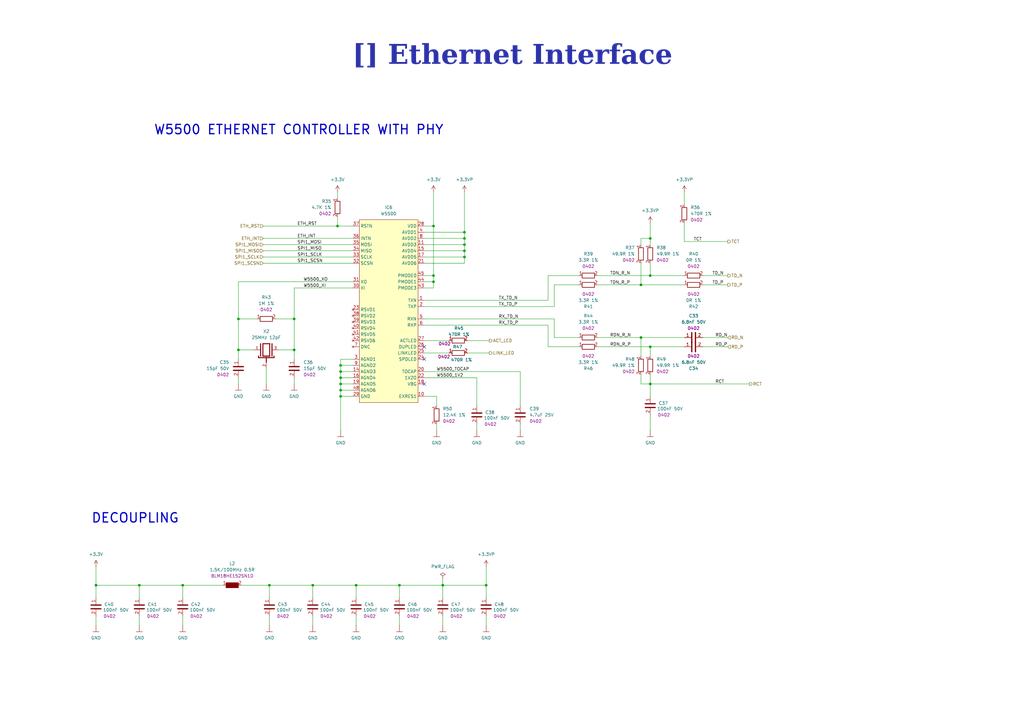
<source format=kicad_sch>
(kicad_sch (version 20250114) (generator "eeschema") (generator_version "9.0")
  (paper "A3")
  (title_block (title "Ethernet Interface") (date "2026-01-31") (rev "${REVISION}") (company "${COMPANY}"))
  (lib_symbols
    (symbol "DS_Capacitor_0402:100nF 50V 0402"
      (property "Reference" "C" (at 3.81 2.032 0))
      (property "Value" "100nF 50V" (at 3.81 0 0))
      (property "FOOTPRINT_SHORT" "0402" (at 3.81 -2.032 0))
      (symbol "100nF 50V 0402_0_1"
        (polyline (pts (xy -2.032 0.762) (xy 2.032 0.762)) (stroke (width 0.508)))
        (polyline (pts (xy -2.032 -0.762) (xy 2.032 -0.762)) (stroke (width 0.508)))
      )
      (symbol "100nF 50V 0402_1_1"
        (pin passive line (at 0 3.81 270) (length 2.794) (name "~") (number "1"))
        (pin passive line (at 0 -3.81 90) (length 2.794) (name "~") (number "2"))
      )
    )
    (symbol "DS_Capacitor_0402:15pF 50V 0402"
      (property "Reference" "C" (at 3.81 2.032 0))
      (property "Value" "15pF 50V" (at 3.81 0 0))
      (property "FOOTPRINT_SHORT" "0402" (at 3.81 -2.032 0))
      (symbol "15pF 50V 0402_0_1"
        (polyline (pts (xy -2.032 0.762) (xy 2.032 0.762)) (stroke (width 0.508)))
        (polyline (pts (xy -2.032 -0.762) (xy 2.032 -0.762)) (stroke (width 0.508)))
      )
      (symbol "15pF 50V 0402_1_1"
        (pin passive line (at 0 3.81 270) (length 2.794) (name "~") (number "1"))
        (pin passive line (at 0 -3.81 90) (length 2.794) (name "~") (number "2"))
      )
    )
    (symbol "DS_Capacitor_0402:4.7uF 25V 0402"
      (property "Reference" "C" (at 3.81 2.032 0))
      (property "Value" "4.7uF 25V" (at 3.81 0 0))
      (property "FOOTPRINT_SHORT" "0402" (at 3.81 -2.032 0))
      (symbol "4.7uF 25V 0402_0_1"
        (polyline (pts (xy -2.032 0.762) (xy 2.032 0.762)) (stroke (width 0.508)))
        (polyline (pts (xy -2.032 -0.762) (xy 2.032 -0.762)) (stroke (width 0.508)))
      )
      (symbol "4.7uF 25V 0402_1_1"
        (pin passive line (at 0 3.81 270) (length 2.794) (name "~") (number "1"))
        (pin passive line (at 0 -3.81 90) (length 2.794) (name "~") (number "2"))
      )
    )
    (symbol "DS_Capacitor_0402:6.8nF 50V 0402"
      (property "Reference" "C" (at 3.81 2.032 0))
      (property "Value" "6.8nF 50V" (at 3.81 0 0))
      (property "FOOTPRINT_SHORT" "0402" (at 3.81 -2.032 0))
      (symbol "6.8nF 50V 0402_0_1"
        (polyline (pts (xy -2.032 0.762) (xy 2.032 0.762)) (stroke (width 0.508)))
        (polyline (pts (xy -2.032 -0.762) (xy 2.032 -0.762)) (stroke (width 0.508)))
      )
      (symbol "6.8nF 50V 0402_1_1"
        (pin passive line (at 0 3.81 270) (length 2.794) (name "~") (number "1"))
        (pin passive line (at 0 -3.81 90) (length 2.794) (name "~") (number "2"))
      )
    )
    (symbol "DS_Crystal:25MHz"
      (property "Reference" "X" (at 0 4.318 0))
      (property "Value" "25MHz 12pF" (at 1.778 -4.826 0))
      (symbol "25MHz_0_0"
        (polyline (pts (xy -3.175 -2.54) (xy -3.175 -3.175)) (stroke (width 0.4064)))
        (polyline (pts (xy -3.175 -3.175) (xy 0 -3.175)) (stroke (width 0.4064)))
        (polyline (pts (xy -2.3368 2.54) (xy -2.3368 -2.54)) (stroke (width 0.4064)))
        (polyline (pts (xy -1.397 2.54) (xy -1.397 -2.54)) (stroke (width 0.4064)))
        (polyline (pts (xy -1.397 2.54) (xy 1.397 2.54)) (stroke (width 0.4064)))
        (polyline (pts (xy 0 -3.175) (xy 3.175 -3.175)) (stroke (width 0.4064)))
        (polyline (pts (xy 0 -5.08) (xy 0 -3.175)) (stroke (width 0.4064)))
        (polyline (pts (xy 1.397 2.54) (xy 1.397 -2.54)) (stroke (width 0.4064)))
        (polyline (pts (xy 1.397 -2.54) (xy -1.397 -2.54)) (stroke (width 0.4064)))
        (polyline (pts (xy 2.3368 2.54) (xy 2.3368 -2.54)) (stroke (width 0.4064)))
        (polyline (pts (xy 3.175 -3.175) (xy 3.175 -2.54)) (stroke (width 0.4064)))
        (pin passive line (at -5.08 0 0) (length 2.54) (name "~") (number "1"))
        (pin power_in line (at 0 -7.62 90) (length 2.54) (name "~") (number "2"))
        (pin passive line (at 5.08 0 180) (length 2.54) (name "~") (number "3"))
      )
    )
    (symbol "DS_Inductor:BLM18HE152SN1D"
      (property "Reference" "L" (at 2.286 0.762 0))
      (property "Value" "1.5K/100MHz 0.5R" (at 2.286 -1.524 0))
      (property "MPN" "BLM18HE152SN1D" (at 2.286 -16.002 0))
      (symbol "BLM18HE152SN1D_1_1"
        (rectangle (start -1.016 2.54) (end 1.016 -2.54) (stroke (width 0.254)) (fill (type outline)))
        (pin passive line (at 0 3.81 270) (length 1.27) (name "~") (number "1"))
        (pin passive line (at 0 -3.81 90) (length 1.27) (name "~") (number "2"))
      )
    )
    (symbol "DS_Peripherals:W5500"
      (property "Reference" "IC" (at -4.572 38.608 0))
      (property "Value" "W5500" (at -6.858 -39.878 0))
      (symbol "W5500_1_1"
        (rectangle (start -12.7 36.83) (end 11.43 -38.1) (fill (type color) (color 255 255 195 1)))
        (pin input line (at -15.24 34.29 0) (length 2.54) (name "RSTN") (number "37"))
        (pin output line (at -15.24 29.21 0) (length 2.54) (name "INTN") (number "36"))
        (pin input line (at -15.24 26.67 0) (length 2.54) (name "MOSI") (number "35"))
        (pin output line (at -15.24 24.13 0) (length 2.54) (name "MISO") (number "34"))
        (pin input line (at -15.24 21.59 0) (length 2.54) (name "SCLK") (number "33"))
        (pin input line (at -15.24 19.05 0) (length 2.54) (name "SCSN") (number "32"))
        (pin output line (at -15.24 11.43 0) (length 2.54) (name "XO") (number "31"))
        (pin input line (at -15.24 8.89 0) (length 2.54) (name "XI") (number "30"))
        (pin no_connect line (at -15.24 0 0) (length 2.54) (name "RSVD1") (number "23"))
        (pin no_connect line (at -15.24 -2.54 0) (length 2.54) (name "RSVD2") (number "38"))
        (pin no_connect line (at -15.24 -5.08 0) (length 2.54) (name "RSVD3") (number "39"))
        (pin no_connect line (at -15.24 -7.62 0) (length 2.54) (name "RSVD4") (number "40"))
        (pin no_connect line (at -15.24 -10.16 0) (length 2.54) (name "RSVD5") (number "41"))
        (pin no_connect line (at -15.24 -12.7 0) (length 2.54) (name "RSVD6") (number "42"))
        (pin no_connect line (at -15.24 -15.24 0) (length 2.54) (name "DNC") (number "7"))
        (pin power_in line (at -15.24 -20.32 0) (length 2.54) (name "AGND1") (number "3"))
        (pin power_in line (at -15.24 -22.86 0) (length 2.54) (name "AGND2") (number "9"))
        (pin power_in line (at -15.24 -25.4 0) (length 2.54) (name "AGND3") (number "14"))
        (pin power_in line (at -15.24 -27.94 0) (length 2.54) (name "AGND4") (number "16"))
        (pin power_in line (at -15.24 -30.48 0) (length 2.54) (name "AGND5") (number "19"))
        (pin power_in line (at -15.24 -33.02 0) (length 2.54) (name "AGND6") (number "48"))
        (pin power_in line (at -15.24 -35.56 0) (length 2.54) (name "GND") (number "29"))
        (pin power_in line (at 13.97 34.29 180) (length 2.54) (name "VDD") (number "28"))
        (pin power_in line (at 13.97 31.75 180) (length 2.54) (name "AVDD1") (number "4"))
        (pin power_in line (at 13.97 29.21 180) (length 2.54) (name "AVDD2") (number "8"))
        (pin power_in line (at 13.97 26.67 180) (length 2.54) (name "AVDD3") (number "11"))
        (pin power_in line (at 13.97 24.13 180) (length 2.54) (name "AVDD4") (number "15"))
        (pin power_in line (at 13.97 21.59 180) (length 2.54) (name "AVDD5") (number "17"))
        (pin power_in line (at 13.97 19.05 180) (length 2.54) (name "AVDD6") (number "21"))
        (pin input line (at 13.97 13.97 180) (length 2.54) (name "PMODE0") (number "45"))
        (pin input line (at 13.97 11.43 180) (length 2.54) (name "PMODE1") (number "44"))
        (pin input line (at 13.97 8.89 180) (length 2.54) (name "PMODE3") (number "43"))
        (pin output line (at 13.97 3.81 180) (length 2.54) (name "TXN") (number "1"))
        (pin output line (at 13.97 1.27 180) (length 2.54) (name "TXP") (number "2"))
        (pin input line (at 13.97 -3.81 180) (length 2.54) (name "RXN") (number "5"))
        (pin input line (at 13.97 -6.35 180) (length 2.54) (name "RXP") (number "6"))
        (pin output line (at 13.97 -12.7 180) (length 2.54) (name "ACTLED") (number "27"))
        (pin output line (at 13.97 -15.24 180) (length 2.54) (name "DUPLED") (number "26"))
        (pin output line (at 13.97 -17.78 180) (length 2.54) (name "LINKLED") (number "25"))
        (pin output line (at 13.97 -20.32 180) (length 2.54) (name "SPDLED") (number "24"))
        (pin passive line (at 13.97 -25.4 180) (length 2.54) (name "TOCAP") (number "20"))
        (pin output line (at 13.97 -27.94 180) (length 2.54) (name "1V2O") (number "22"))
        (pin output line (at 13.97 -30.48 180) (length 2.54) (name "VBG") (number "18"))
        (pin passive line (at 13.97 -35.56 180) (length 2.54) (name "EXRES1") (number "10"))
      )
    )
    (symbol "DS_Resistor_0402:0R 1% 0402"
      (property "Reference" "R" (at 2.032 2.032 0))
      (property "Value" "0R 1%" (at 2.032 0 0))
      (property "FOOTPRINT_SHORT" "0402" (at 2.032 -2.032 0))
      (symbol "0R 1% 0402_0_1"
        (rectangle (start -1.016 2.54) (end 1.016 -2.54) (stroke (width 0.254)))
      )
      (symbol "0R 1% 0402_1_1"
        (pin passive line (at 0 3.81 270) (length 1.27) (name "~") (number "1"))
        (pin passive line (at 0 -3.81 90) (length 1.27) (name "~") (number "2"))
      )
    )
    (symbol "DS_Resistor_0402:12.4K 1% 0402"
      (property "Reference" "R" (at 2.032 2.032 0))
      (property "Value" "12.4K 1%" (at 2.032 0 0))
      (property "FOOTPRINT_SHORT" "0402" (at 2.032 -2.032 0))
      (symbol "12.4K 1% 0402_0_1"
        (rectangle (start -1.016 2.54) (end 1.016 -2.54) (stroke (width 0.254)))
      )
      (symbol "12.4K 1% 0402_1_1"
        (pin passive line (at 0 3.81 270) (length 1.27) (name "~") (number "1"))
        (pin passive line (at 0 -3.81 90) (length 1.27) (name "~") (number "2"))
      )
    )
    (symbol "DS_Resistor_0402:1M 1% 0402"
      (property "Reference" "R" (at 2.032 2.032 0))
      (property "Value" "1M 1%" (at 2.032 0 0))
      (property "FOOTPRINT_SHORT" "0402" (at 2.032 -2.032 0))
      (symbol "1M 1% 0402_0_1"
        (rectangle (start -1.016 2.54) (end 1.016 -2.54) (stroke (width 0.254)))
      )
      (symbol "1M 1% 0402_1_1"
        (pin passive line (at 0 3.81 270) (length 1.27) (name "~") (number "1"))
        (pin passive line (at 0 -3.81 90) (length 1.27) (name "~") (number "2"))
      )
    )
    (symbol "DS_Resistor_0402:3.3R 1% 0402"
      (property "Reference" "R" (at 2.032 2.032 0))
      (property "Value" "3.3R 1%" (at 2.032 0 0))
      (property "FOOTPRINT_SHORT" "0402" (at 2.032 -2.032 0))
      (symbol "3.3R 1% 0402_0_1"
        (rectangle (start -1.016 2.54) (end 1.016 -2.54) (stroke (width 0.254)))
      )
      (symbol "3.3R 1% 0402_1_1"
        (pin passive line (at 0 3.81 270) (length 1.27) (name "~") (number "1"))
        (pin passive line (at 0 -3.81 90) (length 1.27) (name "~") (number "2"))
      )
    )
    (symbol "DS_Resistor_0402:4.7K 1% 0402"
      (property "Reference" "R" (at 2.032 2.032 0))
      (property "Value" "4.7K 1%" (at 2.032 0 0))
      (property "FOOTPRINT_SHORT" "0402" (at 2.032 -2.032 0))
      (symbol "4.7K 1% 0402_0_1"
        (rectangle (start -1.016 2.54) (end 1.016 -2.54) (stroke (width 0.254)))
      )
      (symbol "4.7K 1% 0402_1_1"
        (pin passive line (at 0 3.81 270) (length 1.27) (name "~") (number "1"))
        (pin passive line (at 0 -3.81 90) (length 1.27) (name "~") (number "2"))
      )
    )
    (symbol "DS_Resistor_0402:470R 1% 0402"
      (property "Reference" "R" (at 2.032 2.032 0))
      (property "Value" "470R 1%" (at 2.032 0 0))
      (property "FOOTPRINT_SHORT" "0402" (at 2.032 -2.032 0))
      (symbol "470R 1% 0402_0_1"
        (rectangle (start -1.016 2.54) (end 1.016 -2.54) (stroke (width 0.254)))
      )
      (symbol "470R 1% 0402_1_1"
        (pin passive line (at 0 3.81 270) (length 1.27) (name "~") (number "1"))
        (pin passive line (at 0 -3.81 90) (length 1.27) (name "~") (number "2"))
      )
    )
    (symbol "DS_Resistor_0402:49.9R 1% 0402"
      (property "Reference" "R" (at 2.032 2.032 0))
      (property "Value" "49.9R 1%" (at 2.032 0 0))
      (property "FOOTPRINT_SHORT" "0402" (at 2.032 -2.032 0))
      (symbol "49.9R 1% 0402_0_1"
        (rectangle (start -1.016 2.54) (end 1.016 -2.54) (stroke (width 0.254)))
      )
      (symbol "49.9R 1% 0402_1_1"
        (pin passive line (at 0 3.81 270) (length 1.27) (name "~") (number "1"))
        (pin passive line (at 0 -3.81 90) (length 1.27) (name "~") (number "2"))
      )
    )
    (symbol "DS_Supply:GND" (power) (pin_numbers (hide yes)) (pin_names (offset 0) (hide yes))
      (property "Value" "GND" (at 0 -3.81 0))
      (symbol "GND_0_1"
        (polyline (pts (xy 0 0) (xy 0 -2.54) (xy 1.27 -2.54) (xy 0 -2.54) (xy -1.27 -2.54) (xy 0 -2.54)))
      )
      (symbol "GND_1_1"
        (pin power_in line (at 0 0 270) (length 0) (name "~") (number "1"))
      )
    )
    (symbol "power:+3.3V" (power) (pin_numbers (hide yes)) (pin_names (offset 0) (hide yes))
      (property "Value" "+3.3V" (at 0 3.556 0))
      (symbol "+3.3V_0_1"
        (polyline (pts (xy -0.762 1.27) (xy 0 2.54)))
        (polyline (pts (xy 0 2.54) (xy 0.762 1.27)))
        (polyline (pts (xy 0 0) (xy 0 2.54)))
      )
      (symbol "+3.3V_1_1"
        (pin power_in line (at 0 0 90) (length 0) (name "~") (number "1"))
      )
    )
    (symbol "power:+3.3VP" (power) (pin_numbers (hide yes)) (pin_names (offset 0) (hide yes))
      (property "Value" "+3.3VP" (at 0 3.556 0))
      (symbol "+3.3VP_0_0"
        (pin power_in line (at 0 0 90) (length 0) (name "~") (number "1"))
      )
      (symbol "+3.3VP_0_1"
        (polyline (pts (xy -0.762 1.27) (xy 0 2.54)))
        (polyline (pts (xy 0 2.54) (xy 0.762 1.27)))
        (polyline (pts (xy 0 0) (xy 0 2.54)))
      )
    )
    (symbol "power:PWR_FLAG" (power) (pin_numbers (hide yes)) (pin_names (offset 0) (hide yes))
      (property "Value" "PWR_FLAG" (at 0 3.81 0))
      (symbol "PWR_FLAG_0_0"
        (pin power_out line (at 0 0 90) (length 0) (name "~") (number "1"))
      )
      (symbol "PWR_FLAG_0_1"
        (polyline (pts (xy 0 0) (xy 0 1.27) (xy -1.016 1.905) (xy 0 2.54) (xy 1.016 1.905) (xy 0 1.27)))
      )
    )
  )
  (text "DECOUPLING" (at 37.338 212.598 0) (effects (font (size 3.81 3.81) (thickness 0.508) (bold yes)) (justify left)))
  (text "W5500 ETHERNET CONTROLLER WITH PHY" (at 62.992 53.34 0) (effects (font (size 3.81 3.81) (thickness 0.508) (bold yes)) (justify left)))
  (text_box "[${#}] ${TITLE}" (at 12.7 16.51 0) (size 394.97 12.7) (margins 5.9999 5.9999 5.9999 5.9999) (stroke (width -0.0001)) (effects (font (size 8 8) (thickness 1.2) (bold yes))))
  (junction (at 57.15 240.03))
  (junction (at 128.27 240.03))
  (junction (at 262.89 116.84))
  (junction (at 97.79 130.81))
  (junction (at 190.5 97.79))
  (junction (at 190.5 95.25))
  (junction (at 266.7 142.24))
  (junction (at 190.5 100.33))
  (junction (at 199.39 240.03))
  (junction (at 97.79 143.51))
  (junction (at 139.7 160.02))
  (junction (at 163.83 240.03))
  (junction (at 262.89 138.43))
  (junction (at 139.7 157.48))
  (junction (at 177.8 113.03))
  (junction (at 110.49 240.03))
  (junction (at 266.7 97.79))
  (junction (at 139.7 152.4))
  (junction (at 177.8 115.57))
  (junction (at 139.7 162.56))
  (junction (at 266.7 113.03))
  (junction (at 74.93 240.03))
  (junction (at 120.65 143.51))
  (junction (at 190.5 102.87))
  (junction (at 139.7 154.94))
  (junction (at 181.61 240.03))
  (junction (at 146.05 240.03))
  (junction (at 177.8 92.71))
  (junction (at 190.5 105.41))
  (junction (at 138.43 92.71))
  (junction (at 120.65 130.81))
  (junction (at 139.7 149.86))
  (junction (at 39.37 240.03))
  (junction (at 266.7 157.48))
  (no_connect (at 173.99 142.24))
  (no_connect (at 173.99 147.32))
  (no_connect (at 173.99 157.48))
  (wire (pts (xy 288.29 113.03) (xy 298.45 113.03)))
  (wire (pts (xy 139.7 162.56) (xy 144.78 162.56)))
  (wire (pts (xy 266.7 170.18) (xy 266.7 176.53)))
  (wire (pts (xy 181.61 256.54) (xy 181.61 252.73)))
  (wire (pts (xy 262.89 97.79) (xy 266.7 97.79)))
  (wire (pts (xy 57.15 256.54) (xy 57.15 252.73)))
  (wire (pts (xy 163.83 240.03) (xy 163.83 245.11)))
  (wire (pts (xy 173.99 133.35) (xy 224.79 133.35)))
  (wire (pts (xy 173.99 115.57) (xy 177.8 115.57)))
  (wire (pts (xy 128.27 256.54) (xy 128.27 252.73)))
  (wire (pts (xy 107.95 92.71) (xy 138.43 92.71)))
  (wire (pts (xy 120.65 143.51) (xy 120.65 147.32)))
  (wire (pts (xy 128.27 240.03) (xy 128.27 245.11)))
  (wire (pts (xy 262.89 157.48) (xy 266.7 157.48)))
  (wire (pts (xy 128.27 240.03) (xy 110.49 240.03)))
  (wire (pts (xy 139.7 152.4) (xy 139.7 154.94)))
  (wire (pts (xy 173.99 97.79) (xy 190.5 97.79)))
  (wire (pts (xy 262.89 107.95) (xy 262.89 116.84)))
  (wire (pts (xy 199.39 240.03) (xy 181.61 240.03)))
  (wire (pts (xy 139.7 157.48) (xy 139.7 160.02)))
  (wire (pts (xy 173.99 102.87) (xy 190.5 102.87)))
  (wire (pts (xy 39.37 256.54) (xy 39.37 252.73)))
  (wire (pts (xy 190.5 78.74) (xy 190.5 95.25)))
  (wire (pts (xy 173.99 162.56) (xy 179.07 162.56)))
  (wire (pts (xy 262.89 138.43) (xy 280.67 138.43)))
  (wire (pts (xy 173.99 125.73) (xy 227.33 125.73)))
  (wire (pts (xy 173.99 144.78) (xy 184.15 144.78)))
  (wire (pts (xy 190.5 100.33) (xy 190.5 97.79)))
  (wire (pts (xy 144.78 147.32) (xy 139.7 147.32)))
  (wire (pts (xy 227.33 125.73) (xy 227.33 116.84)))
  (wire (pts (xy 114.3 143.51) (xy 120.65 143.51)))
  (wire (pts (xy 173.99 130.81) (xy 227.33 130.81)))
  (wire (pts (xy 107.95 97.79) (xy 144.78 97.79)))
  (wire (pts (xy 199.39 232.41) (xy 199.39 240.03)))
  (wire (pts (xy 146.05 256.54) (xy 146.05 252.73)))
  (wire (pts (xy 138.43 92.71) (xy 144.78 92.71)))
  (wire (pts (xy 266.7 157.48) (xy 266.7 162.56)))
  (wire (pts (xy 190.5 105.41) (xy 190.5 102.87)))
  (wire (pts (xy 139.7 160.02) (xy 144.78 160.02)))
  (wire (pts (xy 224.79 113.03) (xy 237.49 113.03)))
  (wire (pts (xy 177.8 113.03) (xy 177.8 92.71)))
  (wire (pts (xy 107.95 107.95) (xy 144.78 107.95)))
  (wire (pts (xy 262.89 138.43) (xy 262.89 146.05)))
  (wire (pts (xy 97.79 130.81) (xy 97.79 143.51)))
  (wire (pts (xy 191.77 139.7) (xy 200.66 139.7)))
  (wire (pts (xy 190.5 102.87) (xy 190.5 100.33)))
  (wire (pts (xy 173.99 152.4) (xy 213.36 152.4)))
  (wire (pts (xy 173.99 95.25) (xy 190.5 95.25)))
  (wire (pts (xy 139.7 157.48) (xy 144.78 157.48)))
  (wire (pts (xy 173.99 123.19) (xy 224.79 123.19)))
  (wire (pts (xy 266.7 107.95) (xy 266.7 113.03)))
  (wire (pts (xy 245.11 138.43) (xy 262.89 138.43)))
  (wire (pts (xy 139.7 154.94) (xy 139.7 157.48)))
  (wire (pts (xy 266.7 142.24) (xy 280.67 142.24)))
  (wire (pts (xy 190.5 97.79) (xy 190.5 95.25)))
  (wire (pts (xy 139.7 160.02) (xy 139.7 162.56)))
  (wire (pts (xy 138.43 88.9) (xy 138.43 92.71)))
  (wire (pts (xy 173.99 113.03) (xy 177.8 113.03)))
  (wire (pts (xy 107.95 105.41) (xy 144.78 105.41)))
  (wire (pts (xy 163.83 256.54) (xy 163.83 252.73)))
  (wire (pts (xy 191.77 144.78) (xy 200.66 144.78)))
  (wire (pts (xy 139.7 147.32) (xy 139.7 149.86)))
  (wire (pts (xy 266.7 142.24) (xy 266.7 146.05)))
  (wire (pts (xy 213.36 173.99) (xy 213.36 176.53)))
  (wire (pts (xy 280.67 99.06) (xy 298.45 99.06)))
  (wire (pts (xy 97.79 157.48) (xy 97.79 154.94)))
  (wire (pts (xy 97.79 130.81) (xy 105.41 130.81)))
  (wire (pts (xy 177.8 92.71) (xy 177.8 78.74)))
  (wire (pts (xy 173.99 139.7) (xy 184.15 139.7)))
  (wire (pts (xy 107.95 100.33) (xy 144.78 100.33)))
  (wire (pts (xy 179.07 162.56) (xy 179.07 166.37)))
  (wire (pts (xy 109.22 151.13) (xy 109.22 157.48)))
  (wire (pts (xy 57.15 240.03) (xy 39.37 240.03)))
  (wire (pts (xy 190.5 107.95) (xy 190.5 105.41)))
  (wire (pts (xy 227.33 116.84) (xy 237.49 116.84)))
  (wire (pts (xy 110.49 240.03) (xy 110.49 245.11)))
  (wire (pts (xy 107.95 102.87) (xy 144.78 102.87)))
  (wire (pts (xy 224.79 123.19) (xy 224.79 113.03)))
  (wire (pts (xy 224.79 133.35) (xy 224.79 142.24)))
  (wire (pts (xy 97.79 143.51) (xy 97.79 147.32)))
  (wire (pts (xy 179.07 176.53) (xy 179.07 173.99)))
  (wire (pts (xy 113.03 130.81) (xy 120.65 130.81)))
  (wire (pts (xy 39.37 240.03) (xy 39.37 245.11)))
  (wire (pts (xy 74.93 240.03) (xy 57.15 240.03)))
  (wire (pts (xy 57.15 240.03) (xy 57.15 245.11)))
  (wire (pts (xy 199.39 240.03) (xy 199.39 245.11)))
  (wire (pts (xy 139.7 149.86) (xy 144.78 149.86)))
  (wire (pts (xy 173.99 105.41) (xy 190.5 105.41)))
  (wire (pts (xy 280.67 83.82) (xy 280.67 78.74)))
  (wire (pts (xy 139.7 152.4) (xy 144.78 152.4)))
  (wire (pts (xy 139.7 149.86) (xy 139.7 152.4)))
  (wire (pts (xy 120.65 118.11) (xy 120.65 130.81)))
  (wire (pts (xy 110.49 256.54) (xy 110.49 252.73)))
  (wire (pts (xy 288.29 116.84) (xy 298.45 116.84)))
  (wire (pts (xy 245.11 142.24) (xy 266.7 142.24)))
  (wire (pts (xy 288.29 138.43) (xy 298.45 138.43)))
  (wire (pts (xy 213.36 152.4) (xy 213.36 166.37)))
  (wire (pts (xy 266.7 91.44) (xy 266.7 97.79)))
  (wire (pts (xy 163.83 240.03) (xy 146.05 240.03)))
  (wire (pts (xy 245.11 116.84) (xy 262.89 116.84)))
  (wire (pts (xy 39.37 232.41) (xy 39.37 240.03)))
  (wire (pts (xy 224.79 142.24) (xy 237.49 142.24)))
  (wire (pts (xy 97.79 115.57) (xy 97.79 130.81)))
  (wire (pts (xy 195.58 173.99) (xy 195.58 176.53)))
  (wire (pts (xy 173.99 100.33) (xy 190.5 100.33)))
  (wire (pts (xy 262.89 116.84) (xy 280.67 116.84)))
  (wire (pts (xy 245.11 113.03) (xy 266.7 113.03)))
  (wire (pts (xy 177.8 118.11) (xy 177.8 115.57)))
  (wire (pts (xy 280.67 99.06) (xy 280.67 91.44)))
  (wire (pts (xy 91.44 240.03) (xy 74.93 240.03)))
  (wire (pts (xy 139.7 154.94) (xy 144.78 154.94)))
  (wire (pts (xy 173.99 118.11) (xy 177.8 118.11)))
  (wire (pts (xy 74.93 240.03) (xy 74.93 245.11)))
  (wire (pts (xy 181.61 237.49) (xy 181.61 240.03)))
  (wire (pts (xy 266.7 113.03) (xy 280.67 113.03)))
  (wire (pts (xy 195.58 154.94) (xy 195.58 166.37)))
  (wire (pts (xy 266.7 97.79) (xy 266.7 100.33)))
  (wire (pts (xy 262.89 100.33) (xy 262.89 97.79)))
  (wire (pts (xy 99.06 240.03) (xy 110.49 240.03)))
  (wire (pts (xy 146.05 240.03) (xy 128.27 240.03)))
  (wire (pts (xy 120.65 130.81) (xy 120.65 143.51)))
  (wire (pts (xy 177.8 115.57) (xy 177.8 113.03)))
  (wire (pts (xy 227.33 138.43) (xy 237.49 138.43)))
  (wire (pts (xy 74.93 256.54) (xy 74.93 252.73)))
  (wire (pts (xy 120.65 157.48) (xy 120.65 154.94)))
  (wire (pts (xy 138.43 78.74) (xy 138.43 81.28)))
  (wire (pts (xy 139.7 162.56) (xy 139.7 176.53)))
  (wire (pts (xy 146.05 240.03) (xy 146.05 245.11)))
  (wire (pts (xy 144.78 115.57) (xy 97.79 115.57)))
  (wire (pts (xy 288.29 142.24) (xy 298.45 142.24)))
  (wire (pts (xy 144.78 118.11) (xy 120.65 118.11)))
  (wire (pts (xy 181.61 240.03) (xy 163.83 240.03)))
  (wire (pts (xy 227.33 130.81) (xy 227.33 138.43)))
  (wire (pts (xy 199.39 256.54) (xy 199.39 252.73)))
  (wire (pts (xy 173.99 154.94) (xy 195.58 154.94)))
  (wire (pts (xy 173.99 92.71) (xy 177.8 92.71)))
  (wire (pts (xy 173.99 107.95) (xy 190.5 107.95)))
  (wire (pts (xy 181.61 240.03) (xy 181.61 245.11)))
  (wire (pts (xy 266.7 157.48) (xy 307.34 157.48)))
  (wire (pts (xy 262.89 153.67) (xy 262.89 157.48)))
  (wire (pts (xy 266.7 157.48) (xy 266.7 153.67)))
  (wire (pts (xy 104.14 143.51) (xy 97.79 143.51)))
  (label "RDN_R_P" (at 250.19 142.24 0))
  (label "W5500_XO" (at 124.46 115.57 0))
  (label "RD_N" (at 293.37 138.43 0))
  (label "SPI1_MISO" (at 121.92 102.87 0))
  (label "ETH_RST" (at 121.92 92.71 0))
  (label "W5500_1V2" (at 179.07 154.94 0))
  (label "W5500_TOCAP" (at 179.07 152.4 0))
  (label "RD_P" (at 293.37 142.24 0))
  (label "TDN_R_P" (at 250.19 116.84 0))
  (label "RX_TD_N" (at 204.47 130.81 0))
  (label "TX_TD_N" (at 204.47 123.19 0))
  (label "RCT" (at 293.37 157.48 0))
  (label "ETH_INT" (at 121.92 97.79 0))
  (label "TD_N" (at 292.1 113.03 0))
  (label "SPI1_SCLK" (at 121.92 105.41 0))
  (label "SPI1_MOSI" (at 121.92 100.33 0))
  (label "RDN_R_N" (at 250.19 138.43 0))
  (label "TX_TD_P" (at 204.47 125.73 0))
  (label "RX_TD_P" (at 204.47 133.35 0))
  (label "TCT" (at 284.48 99.06 0))
  (label "SPI1_SCSN" (at 121.92 107.95 0))
  (label "TD_P" (at 292.1 116.84 0))
  (label "TDN_R_N" (at 250.19 113.03 0))
  (label "W5500_XI" (at 124.46 118.11 0))
  (hierarchical_label "LINK_LED" (shape output) (at 200.66 144.78 0))
  (hierarchical_label "ETH_INT" (shape input) (at 107.95 97.79 180))
  (hierarchical_label "TCT" (shape output) (at 298.45 99.06 0))
  (hierarchical_label "SPI1_SCLK" (shape input) (at 107.95 105.41 180))
  (hierarchical_label "RD_P" (shape input) (at 298.45 142.24 0))
  (hierarchical_label "RD_N" (shape input) (at 298.45 138.43 0))
  (hierarchical_label "SPI1_SCSN" (shape input) (at 107.95 107.95 180))
  (hierarchical_label "ETH_RST" (shape input) (at 107.95 92.71 180))
  (hierarchical_label "ACT_LED" (shape output) (at 200.66 139.7 0))
  (hierarchical_label "TD_N" (shape output) (at 298.45 113.03 0))
  (hierarchical_label "SPI1_MOSI" (shape input) (at 107.95 100.33 180))
  (hierarchical_label "SPI1_MISO" (shape input) (at 107.95 102.87 180))
  (hierarchical_label "RCT" (shape output) (at 307.34 157.48 0))
  (hierarchical_label "TD_P" (shape output) (at 298.45 116.84 0))
  (symbol (lib_id "DS_Capacitor_0402:15pF 50V 0402") (at 97.79 151.13 0) (mirror y) (unit 1)
    (property "Reference" "C35" (at 93.98 148.5899 0) (effects (justify left)))
    (property "Value" "15pF 50V" (at 93.98 151.1299 0) (effects (justify left)))
    (property "Footprint" "Capacitor_SMD:C_0402_1005Metric" (effects (hide yes)))
    (property "Description" "50V 15pF C0G ±5% 0402 Multilayer Ceramic Capacitors MLCC - SMD/SMT ROHS" (effects (hide yes)))
    (property "FOOTPRINT_SHORT" "0402" (at 93.98 153.6699 0) (effects (justify left)))
    (property "ROHS" "YES" (effects (hide yes)))
    (property "LCSC_PART" "C1548" (effects (hide yes)))
  )
  (symbol (lib_id "DS_Capacitor_0402:100nF 50V 0402") (at 163.83 248.92 0) (mirror y) (unit 1)
    (property "Reference" "C46" (at 169.164 247.904 0))
    (property "Value" "100nF 50V" (at 171.958 250.19 0))
    (property "Footprint" "Capacitor_SMD:C_0402_1005Metric" (effects (hide yes)))
    (property "Description" "50V 100nF X7R ±10% 0402 Multilayer Ceramic Capacitors MLCC - SMD/SMT ROHS" (effects (hide yes)))
    (property "FOOTPRINT_SHORT" "0402" (at 169.418 252.73 0))
    (property "ROHS" "YES" (effects (hide yes)))
    (property "LCSC_PART" "C307331" (effects (hide yes)))
  )
  (symbol (lib_id "DS_Resistor_0402:470R 1% 0402") (at 187.96 139.7 90) (unit 1)
    (property "Reference" "R45" (at 188.214 134.62 90))
    (property "Value" "470R 1%" (at 188.214 137.16 90))
    (property "Footprint" "Resistor_SMD:R_0402_1005Metric" (effects (hide yes)))
    (property "Description" "62.5mW Thick Film Resistors 50V ±100ppm/℃ ±1% 470Ω 0402 Chip Resistor - Surface Mount ROHS" (effects (hide yes)))
    (property "LCSC_PART" "C25117" (effects (hide yes)))
    (property "ROHS" "YES" (effects (hide yes)))
    (property "FOOTPRINT_SHORT" "0402" (at 182.372 140.97 90))
    (property "MFR" "Panasonic" (effects (hide yes)))
  )
  (symbol (lib_id "DS_Supply:GND") (at 179.07 176.53 0) (unit 1)
    (property "Reference" "#PWR066" (effects (hide yes)))
    (property "Value" "GND" (at 179.07 181.61 0))
    (property "Description" "Power symbol creates a global label with name \"GND\" , ground" (effects (hide yes)))
  )
  (symbol (lib_id "DS_Inductor:BLM18HE152SN1D") (at 95.25 240.03 90) (unit 1)
    (property "Reference" "L2" (at 95.25 231.14 90))
    (property "Value" "1.5K/100MHz 0.5R" (at 95.25 233.68 90))
    (property "Footprint" "Resistor_SMD:R_0603_1608Metric" (effects (hide yes)))
    (property "Datasheet" "https://product.tdk.com/en/system/files/dam/doc/product/emc/emc/beads/catalog/beads_commercial_signal_mmz1608_en.pdf" (effects (hide yes)))
    (property "Description" "1.5 kOhms @ 100 MHz 1 Signal Line Ferrite Bead 0603 (1608 Metric) 500mA 500mOhm" (effects (hide yes)))
    (property "LCSC_PART" "C82155" (effects (hide yes)))
    (property "MFR" "Murata Electronics" (effects (hide yes)))
    (property "MPN" "BLM18HE152SN1D" (at 95.25 236.22 90))
  )
  (symbol (lib_id "DS_Supply:GND") (at 109.22 157.48 0) (unit 1)
    (property "Reference" "#PWR063" (effects (hide yes)))
    (property "Value" "GND" (at 109.22 162.56 0))
    (property "Description" "Power symbol creates a global label with name \"GND\" , ground" (effects (hide yes)))
  )
  (symbol (lib_id "DS_Supply:GND") (at 120.65 157.48 0) (unit 1)
    (property "Reference" "#PWR064" (effects (hide yes)))
    (property "Value" "GND" (at 120.65 162.56 0))
    (property "Description" "Power symbol creates a global label with name \"GND\" , ground" (effects (hide yes)))
  )
  (symbol (lib_id "DS_Capacitor_0402:100nF 50V 0402") (at 146.05 248.92 0) (mirror y) (unit 1)
    (property "Reference" "C45" (at 151.384 247.904 0))
    (property "Value" "100nF 50V" (at 154.178 250.19 0))
    (property "Footprint" "Capacitor_SMD:C_0402_1005Metric" (effects (hide yes)))
    (property "Description" "50V 100nF X7R ±10% 0402 Multilayer Ceramic Capacitors MLCC - SMD/SMT ROHS" (effects (hide yes)))
    (property "FOOTPRINT_SHORT" "0402" (at 151.638 252.73 0))
    (property "ROHS" "YES" (effects (hide yes)))
    (property "LCSC_PART" "C307331" (effects (hide yes)))
  )
  (symbol (lib_id "DS_Supply:GND") (at 57.15 256.54 0) (unit 1)
    (property "Reference" "#PWR073" (effects (hide yes)))
    (property "Value" "GND" (at 57.15 261.62 0))
    (property "Description" "Power symbol creates a global label with name \"GND\" , ground" (effects (hide yes)))
  )
  (symbol (lib_id "DS_Capacitor_0402:4.7uF 25V 0402") (at 213.36 170.18 0) (unit 1)
    (property "Reference" "C39" (at 217.17 167.6399 0) (effects (justify left)))
    (property "Value" "4.7uF 25V" (at 217.17 170.1799 0) (effects (justify left)))
    (property "Footprint" "Capacitor_SMD:C_0402_1005Metric" (effects (hide yes)))
    (property "Description" "25V 4.7uF X5R ±20% 0402 Multilayer Ceramic Capacitors MLCC - SMD/SMT ROHS" (effects (hide yes)))
    (property "FOOTPRINT_SHORT" "0402" (at 217.17 172.7199 0) (effects (justify left)))
    (property "ROHS" "YES" (effects (hide yes)))
    (property "LCSC_PART" "C22367824" (effects (hide yes)))
    (property "MFR" "Murata" (effects (hide yes)))
  )
  (symbol (lib_id "power:+3.3VP") (at 199.39 232.41 0) (unit 1)
    (property "Reference" "#PWR071" (effects (hide yes)))
    (property "Value" "+3.3VP" (at 199.39 227.33 0))
    (property "Description" "Power symbol creates a global label with name \"+3.3VP\"" (effects (hide yes)))
  )
  (symbol (lib_id "power:+3.3VP") (at 190.5 78.74 0) (unit 1)
    (property "Reference" "#PWR059" (effects (hide yes)))
    (property "Value" "+3.3VP" (at 190.5 73.66 0))
    (property "Description" "Power symbol creates a global label with name \"+3.3VP\"" (effects (hide yes)))
  )
  (symbol (lib_id "DS_Resistor_0402:3.3R 1% 0402") (at 241.3 138.43 90) (unit 1)
    (property "Reference" "R44" (at 241.3 129.54 90))
    (property "Value" "3.3R 1%" (at 241.3 132.08 90))
    (property "Footprint" "Resistor_SMD:R_0402_1005Metric" (effects (hide yes)))
    (property "Description" "62.5mW Thick Film Resistors 50V ±1% ±400ppm/℃ 3.3Ω 0402 Chip Resistor - Surface Mount ROHS" (effects (hide yes)))
    (property "LCSC_PART" "C270612" (effects (hide yes)))
    (property "ROHS" "YES" (effects (hide yes)))
    (property "FOOTPRINT_SHORT" "0402" (at 241.3 134.62 90))
  )
  (symbol (lib_id "DS_Capacitor_0402:100nF 50V 0402") (at 181.61 248.92 0) (mirror y) (unit 1)
    (property "Reference" "C47" (at 186.944 247.904 0))
    (property "Value" "100nF 50V" (at 189.738 250.19 0))
    (property "Footprint" "Capacitor_SMD:C_0402_1005Metric" (effects (hide yes)))
    (property "Description" "50V 100nF X7R ±10% 0402 Multilayer Ceramic Capacitors MLCC - SMD/SMT ROHS" (effects (hide yes)))
    (property "FOOTPRINT_SHORT" "0402" (at 187.198 252.73 0))
    (property "ROHS" "YES" (effects (hide yes)))
    (property "LCSC_PART" "C307331" (effects (hide yes)))
  )
  (symbol (lib_id "DS_Supply:GND") (at 139.7 176.53 0) (unit 1)
    (property "Reference" "#PWR065" (effects (hide yes)))
    (property "Value" "GND" (at 139.7 181.61 0))
    (property "Description" "Power symbol creates a global label with name \"GND\" , ground" (effects (hide yes)))
  )
  (symbol (lib_id "DS_Resistor_0402:49.9R 1% 0402") (at 266.7 149.86 0) (mirror y) (unit 1)
    (property "Reference" "R49" (at 269.24 147.3199 0) (effects (justify right)))
    (property "Value" "49.9R 1%" (at 269.24 149.8599 0) (effects (justify right)))
    (property "Footprint" "Resistor_SMD:R_0402_1005Metric" (effects (hide yes)))
    (property "Description" "62.5mW Thick Film Resistors 50V ±100ppm/℃ ±1% 49.9Ω 0402 Chip Resistor - Surface Mount ROHS" (effects (hide yes)))
    (property "LCSC_PART" "C25120" (effects (hide yes)))
    (property "ROHS" "YES" (effects (hide yes)))
    (property "FOOTPRINT_SHORT" "0402" (at 269.24 152.3999 0) (effects (justify right)))
  )
  (symbol (lib_id "DS_Resistor_0402:470R 1% 0402") (at 187.96 144.78 90) (unit 1)
    (property "Reference" "R47" (at 187.706 142.24 90))
    (property "Value" "470R 1%" (at 189.23 147.574 90))
    (property "Footprint" "Resistor_SMD:R_0402_1005Metric" (effects (hide yes)))
    (property "Description" "62.5mW Thick Film Resistors 50V ±100ppm/℃ ±1% 470Ω 0402 Chip Resistor - Surface Mount ROHS" (effects (hide yes)))
    (property "LCSC_PART" "C25117" (effects (hide yes)))
    (property "ROHS" "YES" (effects (hide yes)))
    (property "FOOTPRINT_SHORT" "0402" (at 182.118 146.304 90))
    (property "MFR" "Panasonic" (effects (hide yes)))
  )
  (symbol (lib_id "DS_Supply:GND") (at 128.27 256.54 0) (unit 1)
    (property "Reference" "#PWR076" (effects (hide yes)))
    (property "Value" "GND" (at 128.27 261.62 0))
    (property "Description" "Power symbol creates a global label with name \"GND\" , ground" (effects (hide yes)))
  )
  (symbol (lib_id "DS_Capacitor_0402:100nF 50V 0402") (at 199.39 248.92 0) (mirror y) (unit 1)
    (property "Reference" "C48" (at 204.724 247.904 0))
    (property "Value" "100nF 50V" (at 207.518 250.19 0))
    (property "Footprint" "Capacitor_SMD:C_0402_1005Metric" (effects (hide yes)))
    (property "Description" "50V 100nF X7R ±10% 0402 Multilayer Ceramic Capacitors MLCC - SMD/SMT ROHS" (effects (hide yes)))
    (property "FOOTPRINT_SHORT" "0402" (at 204.978 252.73 0))
    (property "ROHS" "YES" (effects (hide yes)))
    (property "LCSC_PART" "C307331" (effects (hide yes)))
  )
  (symbol (lib_id "DS_Supply:GND") (at 199.39 256.54 0) (unit 1)
    (property "Reference" "#PWR080" (effects (hide yes)))
    (property "Value" "GND" (at 199.39 261.62 0))
    (property "Description" "Power symbol creates a global label with name \"GND\" , ground" (effects (hide yes)))
  )
  (symbol (lib_id "DS_Peripherals:W5500") (at 160.02 127 0) (unit 1)
    (property "Reference" "IC6" (at 159.385 85.09 0))
    (property "Value" "W5500" (at 159.385 87.63 0))
    (property "Footprint" "DS_Peripherals:LQFP48_7x7" (effects (hide yes)))
    (property "Datasheet" "https://docs.wiznet.io/pdf-viewer?file=%2Fimg%2Fproducts%2Fw5500%2FW5500_ds_v110e.pdf" (effects (hide yes)))
    (property "Description" "-40°C~+85°C 100BASE-TX 3.3V 32KB 8 SPI SPI Yes LQFP-48(7x7) Ethernet Controllers ROHS" (effects (hide yes)))
    (property "MPN" "W5500" (effects (hide yes)))
    (property "MFR" "WIZNET" (effects (hide yes)))
    (property "LCSC_PART" "C32843" (effects (hide yes)))
    (property "ROHS" "YES" (effects (hide yes)))
  )
  (symbol (lib_id "DS_Supply:GND") (at 163.83 256.54 0) (unit 1)
    (property "Reference" "#PWR078" (effects (hide yes)))
    (property "Value" "GND" (at 163.83 261.62 0))
    (property "Description" "Power symbol creates a global label with name \"GND\" , ground" (effects (hide yes)))
  )
  (symbol (lib_id "power:+3.3VP") (at 266.7 91.44 0) (unit 1)
    (property "Reference" "#PWR061" (effects (hide yes)))
    (property "Value" "+3.3VP" (at 266.7 86.36 0))
    (property "Description" "Power symbol creates a global label with name \"+3.3VP\"" (effects (hide yes)))
  )
  (symbol (lib_id "DS_Resistor_0402:49.9R 1% 0402") (at 262.89 149.86 0) (unit 1)
    (property "Reference" "R48" (at 260.35 147.3199 0) (effects (justify right)))
    (property "Value" "49.9R 1%" (at 260.35 149.8599 0) (effects (justify right)))
    (property "Footprint" "Resistor_SMD:R_0402_1005Metric" (effects (hide yes)))
    (property "Description" "62.5mW Thick Film Resistors 50V ±100ppm/℃ ±1% 49.9Ω 0402 Chip Resistor - Surface Mount ROHS" (effects (hide yes)))
    (property "LCSC_PART" "C25120" (effects (hide yes)))
    (property "ROHS" "YES" (effects (hide yes)))
    (property "FOOTPRINT_SHORT" "0402" (at 260.35 152.3999 0) (effects (justify right)))
  )
  (symbol (lib_id "DS_Resistor_0402:0R 1% 0402") (at 284.48 113.03 90) (unit 1)
    (property "Reference" "R40" (at 284.48 104.14 90))
    (property "Value" "0R 1%" (at 284.48 106.68 90))
    (property "Footprint" "Resistor_SMD:R_0402_1005Metric" (effects (hide yes)))
    (property "Description" "62.5mW Thick Film Resistors 50V ±800ppm/℃ ±1% 0Ω 0402 Chip Resistor - Surface Mount ROHS" (effects (hide yes)))
    (property "LCSC_PART" "C17168" (effects (hide yes)))
    (property "ROHS" "YES" (effects (hide yes)))
    (property "FOOTPRINT_SHORT" "0402" (at 284.48 109.22 90))
    (property "MFR" "YAGEO" (effects (hide yes)))
  )
  (symbol (lib_id "DS_Capacitor_0402:15pF 50V 0402") (at 120.65 151.13 0) (unit 1)
    (property "Reference" "C36" (at 124.46 148.5899 0) (effects (justify left)))
    (property "Value" "15pF 50V" (at 124.46 151.1299 0) (effects (justify left)))
    (property "Footprint" "Capacitor_SMD:C_0402_1005Metric" (effects (hide yes)))
    (property "Description" "50V 15pF C0G ±5% 0402 Multilayer Ceramic Capacitors MLCC - SMD/SMT ROHS" (effects (hide yes)))
    (property "FOOTPRINT_SHORT" "0402" (at 124.46 153.6699 0) (effects (justify left)))
    (property "ROHS" "YES" (effects (hide yes)))
    (property "LCSC_PART" "C1548" (effects (hide yes)))
  )
  (symbol (lib_id "DS_Resistor_0402:49.9R 1% 0402") (at 266.7 104.14 0) (mirror y) (unit 1)
    (property "Reference" "R38" (at 269.24 101.5999 0) (effects (justify right)))
    (property "Value" "49.9R 1%" (at 269.24 104.1399 0) (effects (justify right)))
    (property "Footprint" "Resistor_SMD:R_0402_1005Metric" (effects (hide yes)))
    (property "Description" "62.5mW Thick Film Resistors 50V ±100ppm/℃ ±1% 49.9Ω 0402 Chip Resistor - Surface Mount ROHS" (effects (hide yes)))
    (property "LCSC_PART" "C25120" (effects (hide yes)))
    (property "ROHS" "YES" (effects (hide yes)))
    (property "FOOTPRINT_SHORT" "0402" (at 269.24 106.6799 0) (effects (justify right)))
  )
  (symbol (lib_id "power:+3.3V") (at 39.37 232.41 0) (unit 1)
    (property "Reference" "#PWR070" (effects (hide yes)))
    (property "Value" "+3.3V" (at 39.37 227.33 0))
    (property "Description" "Power symbol creates a global label with name \"+3.3V\"" (effects (hide yes)))
  )
  (symbol (lib_id "power:+3.3V") (at 177.8 78.74 0) (unit 1)
    (property "Reference" "#PWR058" (effects (hide yes)))
    (property "Value" "+3.3V" (at 177.8 73.66 0))
    (property "Description" "Power symbol creates a global label with name \"+3.3V\"" (effects (hide yes)))
  )
  (symbol (lib_id "DS_Resistor_0402:3.3R 1% 0402") (at 241.3 142.24 90) (mirror x) (unit 1)
    (property "Reference" "R46" (at 241.3 151.13 90))
    (property "Value" "3.3R 1%" (at 241.3 148.59 90))
    (property "Footprint" "Resistor_SMD:R_0402_1005Metric" (effects (hide yes)))
    (property "Description" "62.5mW Thick Film Resistors 50V ±1% ±400ppm/℃ 3.3Ω 0402 Chip Resistor - Surface Mount ROHS" (effects (hide yes)))
    (property "LCSC_PART" "C270612" (effects (hide yes)))
    (property "ROHS" "YES" (effects (hide yes)))
    (property "FOOTPRINT_SHORT" "0402" (at 241.3 146.05 90))
  )
  (symbol (lib_id "DS_Resistor_0402:3.3R 1% 0402") (at 241.3 116.84 90) (mirror x) (unit 1)
    (property "Reference" "R41" (at 241.3 125.73 90))
    (property "Value" "3.3R 1%" (at 241.3 123.19 90))
    (property "Footprint" "Resistor_SMD:R_0402_1005Metric" (effects (hide yes)))
    (property "Description" "62.5mW Thick Film Resistors 50V ±1% ±400ppm/℃ 3.3Ω 0402 Chip Resistor - Surface Mount ROHS" (effects (hide yes)))
    (property "LCSC_PART" "C270612" (effects (hide yes)))
    (property "ROHS" "YES" (effects (hide yes)))
    (property "FOOTPRINT_SHORT" "0402" (at 241.3 120.65 90))
  )
  (symbol (lib_id "DS_Supply:GND") (at 146.05 256.54 0) (unit 1)
    (property "Reference" "#PWR077" (effects (hide yes)))
    (property "Value" "GND" (at 146.05 261.62 0))
    (property "Description" "Power symbol creates a global label with name \"GND\" , ground" (effects (hide yes)))
  )
  (symbol (lib_id "DS_Capacitor_0402:100nF 50V 0402") (at 110.49 248.92 0) (mirror y) (unit 1)
    (property "Reference" "C43" (at 115.824 247.904 0))
    (property "Value" "100nF 50V" (at 118.618 250.19 0))
    (property "Footprint" "Capacitor_SMD:C_0402_1005Metric" (effects (hide yes)))
    (property "Description" "50V 100nF X7R ±10% 0402 Multilayer Ceramic Capacitors MLCC - SMD/SMT ROHS" (effects (hide yes)))
    (property "FOOTPRINT_SHORT" "0402" (at 116.078 252.73 0))
    (property "ROHS" "YES" (effects (hide yes)))
    (property "LCSC_PART" "C307331" (effects (hide yes)))
  )
  (symbol (lib_id "DS_Supply:GND") (at 39.37 256.54 0) (unit 1)
    (property "Reference" "#PWR072" (effects (hide yes)))
    (property "Value" "GND" (at 39.37 261.62 0))
    (property "Description" "Power symbol creates a global label with name \"GND\" , ground" (effects (hide yes)))
  )
  (symbol (lib_id "DS_Supply:GND") (at 266.7 176.53 0) (unit 1)
    (property "Reference" "#PWR069" (effects (hide yes)))
    (property "Value" "GND" (at 266.7 181.61 0))
    (property "Description" "Power symbol creates a global label with name \"GND\" , ground" (effects (hide yes)))
  )
  (symbol (lib_id "DS_Capacitor_0402:100nF 50V 0402") (at 195.58 170.18 0) (mirror y) (unit 1)
    (property "Reference" "C38" (at 200.914 169.164 0))
    (property "Value" "100nF 50V" (at 203.708 171.45 0))
    (property "Footprint" "Capacitor_SMD:C_0402_1005Metric" (effects (hide yes)))
    (property "Description" "50V 100nF X7R ±10% 0402 Multilayer Ceramic Capacitors MLCC - SMD/SMT ROHS" (effects (hide yes)))
    (property "FOOTPRINT_SHORT" "0402" (at 201.168 173.99 0))
    (property "ROHS" "YES" (effects (hide yes)))
    (property "LCSC_PART" "C307331" (effects (hide yes)))
  )
  (symbol (lib_id "power:+3.3VP") (at 280.67 78.74 0) (unit 1)
    (property "Reference" "#PWR060" (effects (hide yes)))
    (property "Value" "+3.3VP" (at 280.67 73.66 0))
    (property "Description" "Power symbol creates a global label with name \"+3.3VP\"" (effects (hide yes)))
  )
  (symbol (lib_id "DS_Capacitor_0402:6.8nF 50V 0402") (at 284.48 142.24 90) (mirror x) (unit 1)
    (property "Reference" "C34" (at 284.48 151.13 90))
    (property "Value" "6.8nF 50V" (at 284.48 148.59 90))
    (property "Footprint" "Capacitor_SMD:C_0402_1005Metric" (effects (hide yes)))
    (property "Description" "50V 6.8nF X7R ±10% 0402 Multilayer Ceramic Capacitors MLCC - SMD/SMT ROHS" (effects (hide yes)))
    (property "FOOTPRINT_SHORT" "0402" (at 284.48 146.05 90))
    (property "ROHS" "YES" (effects (hide yes)))
    (property "LCSC_PART" "C1542" (effects (hide yes)))
  )
  (symbol (lib_id "DS_Resistor_0402:470R 1% 0402") (at 280.67 87.63 0) (unit 1)
    (property "Reference" "R36" (at 283.21 85.0899 0) (effects (justify left)))
    (property "Value" "470R 1%" (at 283.21 87.6299 0) (effects (justify left)))
    (property "Footprint" "Resistor_SMD:R_0402_1005Metric" (effects (hide yes)))
    (property "Description" "62.5mW Thick Film Resistors 50V ±100ppm/℃ ±1% 470Ω 0402 Chip Resistor - Surface Mount ROHS" (effects (hide yes)))
    (property "LCSC_PART" "C25117" (effects (hide yes)))
    (property "ROHS" "YES" (effects (hide yes)))
    (property "FOOTPRINT_SHORT" "0402" (at 283.21 90.1699 0) (effects (justify left)))
    (property "MFR" "Panasonic" (effects (hide yes)))
  )
  (symbol (lib_id "power:PWR_FLAG") (at 181.61 237.49 0) (unit 1)
    (property "Reference" "#FLG02" (effects (hide yes)))
    (property "Value" "PWR_FLAG" (at 181.61 232.41 0))
    (property "Description" "Special symbol for telling ERC where power comes from" (effects (hide yes)))
  )
  (symbol (lib_id "DS_Resistor_0402:3.3R 1% 0402") (at 241.3 113.03 90) (unit 1)
    (property "Reference" "R39" (at 241.3 104.14 90))
    (property "Value" "3.3R 1%" (at 241.3 106.68 90))
    (property "Footprint" "Resistor_SMD:R_0402_1005Metric" (effects (hide yes)))
    (property "Description" "62.5mW Thick Film Resistors 50V ±1% ±400ppm/℃ 3.3Ω 0402 Chip Resistor - Surface Mount ROHS" (effects (hide yes)))
    (property "LCSC_PART" "C270612" (effects (hide yes)))
    (property "ROHS" "YES" (effects (hide yes)))
    (property "FOOTPRINT_SHORT" "0402" (at 241.3 109.22 90))
  )
  (symbol (lib_id "DS_Capacitor_0402:100nF 50V 0402") (at 74.93 248.92 0) (mirror y) (unit 1)
    (property "Reference" "C42" (at 80.264 247.904 0))
    (property "Value" "100nF 50V" (at 83.058 250.19 0))
    (property "Footprint" "Capacitor_SMD:C_0402_1005Metric" (effects (hide yes)))
    (property "Description" "50V 100nF X7R ±10% 0402 Multilayer Ceramic Capacitors MLCC - SMD/SMT ROHS" (effects (hide yes)))
    (property "FOOTPRINT_SHORT" "0402" (at 80.518 252.73 0))
    (property "ROHS" "YES" (effects (hide yes)))
    (property "LCSC_PART" "C307331" (effects (hide yes)))
  )
  (symbol (lib_id "DS_Resistor_0402:4.7K 1% 0402") (at 138.43 85.09 0) (unit 1)
    (property "Reference" "R35" (at 135.89 82.5499 0) (effects (justify right)))
    (property "Value" "4.7K 1%" (at 135.89 85.0899 0) (effects (justify right)))
    (property "Footprint" "Resistor_SMD:R_0402_1005Metric" (effects (hide yes)))
    (property "Description" "62.5mW Thick Film Resistors 50V ±100ppm/℃ ±1% 4.7kΩ 0402 Chip Resistor - Surface Mount ROHS" (effects (hide yes)))
    (property "LCSC_PART" "C25900" (effects (hide yes)))
    (property "ROHS" "YES" (effects (hide yes)))
    (property "FOOTPRINT_SHORT" "0402" (at 135.89 87.6299 0) (effects (justify right)))
  )
  (symbol (lib_id "DS_Supply:GND") (at 110.49 256.54 0) (unit 1)
    (property "Reference" "#PWR075" (effects (hide yes)))
    (property "Value" "GND" (at 110.49 261.62 0))
    (property "Description" "Power symbol creates a global label with name \"GND\" , ground" (effects (hide yes)))
  )
  (symbol (lib_id "DS_Supply:GND") (at 97.79 157.48 0) (unit 1)
    (property "Reference" "#PWR062" (effects (hide yes)))
    (property "Value" "GND" (at 97.79 162.56 0))
    (property "Description" "Power symbol creates a global label with name \"GND\" , ground" (effects (hide yes)))
  )
  (symbol (lib_id "power:+3.3V") (at 138.43 78.74 0) (unit 1)
    (property "Reference" "#PWR057" (effects (hide yes)))
    (property "Value" "+3.3V" (at 138.43 73.66 0))
    (property "Description" "Power symbol creates a global label with name \"+3.3V\"" (effects (hide yes)))
  )
  (symbol (lib_id "DS_Crystal:25MHz") (at 109.22 143.51 0) (unit 1)
    (property "Reference" "X2" (at 109.22 135.89 0))
    (property "Value" "25MHz 12pF" (at 109.22 138.43 0))
    (property "Footprint" "DS_Crystal:X3225" (effects (hide yes)))
    (property "Datasheet" "https://jlcpcb.com/api/file/downloadByFileSystemAccessId/8588879072122851328" (effects (hide yes)))
    (property "Description" "-40°C~+85°C 12pF 25MHz Crystal Oscillator ±10ppm ±20ppm SMD3225-4P Crystals ROHS" (effects (hide yes)))
    (property "MFR" "YXC Crystal Oscillators" (effects (hide yes)))
    (property "MPN" "X322525MOB4SI" (effects (hide yes)))
    (property "LCSC_PART" "C9006" (effects (hide yes)))
    (property "ROHS" "YES" (effects (hide yes)))
  )
  (symbol (lib_id "DS_Resistor_0402:12.4K 1% 0402") (at 179.07 170.18 0) (unit 1)
    (property "Reference" "R50" (at 181.61 167.6399 0) (effects (justify left)))
    (property "Value" "12.4K 1%" (at 181.61 170.1799 0) (effects (justify left)))
    (property "Footprint" "Resistor_SMD:R_0402_1005Metric" (effects (hide yes)))
    (property "Description" "63mW Thin Film Resistor 50V ±0.1% ±25ppm/℃ 12.4kΩ 0402 Chip Resistor - Surface Mount ROHS" (effects (hide yes)))
    (property "LCSC_PART" "C490814" (effects (hide yes)))
    (property "ROHS" "YES" (effects (hide yes)))
    (property "FOOTPRINT_SHORT" "0402" (at 181.61 172.7199 0) (effects (justify left)))
  )
  (symbol (lib_id "DS_Supply:GND") (at 74.93 256.54 0) (unit 1)
    (property "Reference" "#PWR074" (effects (hide yes)))
    (property "Value" "GND" (at 74.93 261.62 0))
    (property "Description" "Power symbol creates a global label with name \"GND\" , ground" (effects (hide yes)))
  )
  (symbol (lib_id "DS_Capacitor_0402:100nF 50V 0402") (at 57.15 248.92 0) (mirror y) (unit 1)
    (property "Reference" "C41" (at 62.484 247.904 0))
    (property "Value" "100nF 50V" (at 65.278 250.19 0))
    (property "Footprint" "Capacitor_SMD:C_0402_1005Metric" (effects (hide yes)))
    (property "Description" "50V 100nF X7R ±10% 0402 Multilayer Ceramic Capacitors MLCC - SMD/SMT ROHS" (effects (hide yes)))
    (property "FOOTPRINT_SHORT" "0402" (at 62.738 252.73 0))
    (property "ROHS" "YES" (effects (hide yes)))
    (property "LCSC_PART" "C307331" (effects (hide yes)))
  )
  (symbol (lib_id "DS_Resistor_0402:49.9R 1% 0402") (at 262.89 104.14 0) (unit 1)
    (property "Reference" "R37" (at 260.35 101.5999 0) (effects (justify right)))
    (property "Value" "49.9R 1%" (at 260.35 104.1399 0) (effects (justify right)))
    (property "Footprint" "Resistor_SMD:R_0402_1005Metric" (effects (hide yes)))
    (property "Description" "62.5mW Thick Film Resistors 50V ±100ppm/℃ ±1% 49.9Ω 0402 Chip Resistor - Surface Mount ROHS" (effects (hide yes)))
    (property "LCSC_PART" "C25120" (effects (hide yes)))
    (property "ROHS" "YES" (effects (hide yes)))
    (property "FOOTPRINT_SHORT" "0402" (at 260.35 106.6799 0) (effects (justify right)))
  )
  (symbol (lib_id "DS_Capacitor_0402:6.8nF 50V 0402") (at 284.48 138.43 90) (unit 1)
    (property "Reference" "C33" (at 284.48 129.54 90))
    (property "Value" "6.8nF 50V" (at 284.48 132.08 90))
    (property "Footprint" "Capacitor_SMD:C_0402_1005Metric" (effects (hide yes)))
    (property "Description" "50V 6.8nF X7R ±10% 0402 Multilayer Ceramic Capacitors MLCC - SMD/SMT ROHS" (effects (hide yes)))
    (property "FOOTPRINT_SHORT" "0402" (at 284.48 134.62 90))
    (property "ROHS" "YES" (effects (hide yes)))
    (property "LCSC_PART" "C1542" (effects (hide yes)))
  )
  (symbol (lib_id "DS_Resistor_0402:0R 1% 0402") (at 284.48 116.84 90) (unit 1)
    (property "Reference" "R42" (at 284.48 125.73 90))
    (property "Value" "0R 1%" (at 284.48 123.19 90))
    (property "Footprint" "Resistor_SMD:R_0402_1005Metric" (effects (hide yes)))
    (property "Description" "62.5mW Thick Film Resistors 50V ±800ppm/℃ ±1% 0Ω 0402 Chip Resistor - Surface Mount ROHS" (effects (hide yes)))
    (property "LCSC_PART" "C17168" (effects (hide yes)))
    (property "ROHS" "YES" (effects (hide yes)))
    (property "FOOTPRINT_SHORT" "0402" (at 284.48 120.65 90))
    (property "MFR" "YAGEO" (effects (hide yes)))
  )
  (symbol (lib_id "DS_Supply:GND") (at 181.61 256.54 0) (unit 1)
    (property "Reference" "#PWR079" (effects (hide yes)))
    (property "Value" "GND" (at 181.61 261.62 0))
    (property "Description" "Power symbol creates a global label with name \"GND\" , ground" (effects (hide yes)))
  )
  (symbol (lib_id "DS_Supply:GND") (at 195.58 176.53 0) (unit 1)
    (property "Reference" "#PWR067" (effects (hide yes)))
    (property "Value" "GND" (at 195.58 181.61 0))
    (property "Description" "Power symbol creates a global label with name \"GND\" , ground" (effects (hide yes)))
  )
  (symbol (lib_id "DS_Capacitor_0402:100nF 50V 0402") (at 39.37 248.92 0) (mirror y) (unit 1)
    (property "Reference" "C40" (at 44.704 247.904 0))
    (property "Value" "100nF 50V" (at 47.498 250.19 0))
    (property "Footprint" "Capacitor_SMD:C_0402_1005Metric" (effects (hide yes)))
    (property "Description" "50V 100nF X7R ±10% 0402 Multilayer Ceramic Capacitors MLCC - SMD/SMT ROHS" (effects (hide yes)))
    (property "FOOTPRINT_SHORT" "0402" (at 44.958 252.73 0))
    (property "ROHS" "YES" (effects (hide yes)))
    (property "LCSC_PART" "C307331" (effects (hide yes)))
  )
  (symbol (lib_id "DS_Capacitor_0402:100nF 50V 0402") (at 266.7 166.37 0) (mirror y) (unit 1)
    (property "Reference" "C37" (at 272.034 165.354 0))
    (property "Value" "100nF 50V" (at 274.828 167.64 0))
    (property "Footprint" "Capacitor_SMD:C_0402_1005Metric" (effects (hide yes)))
    (property "Description" "50V 100nF X7R ±10% 0402 Multilayer Ceramic Capacitors MLCC - SMD/SMT ROHS" (effects (hide yes)))
    (property "FOOTPRINT_SHORT" "0402" (at 272.288 170.18 0))
    (property "ROHS" "YES" (effects (hide yes)))
    (property "LCSC_PART" "C307331" (effects (hide yes)))
  )
  (symbol (lib_id "DS_Capacitor_0402:100nF 50V 0402") (at 128.27 248.92 0) (mirror y) (unit 1)
    (property "Reference" "C44" (at 133.604 247.904 0))
    (property "Value" "100nF 50V" (at 136.398 250.19 0))
    (property "Footprint" "Capacitor_SMD:C_0402_1005Metric" (effects (hide yes)))
    (property "Description" "50V 100nF X7R ±10% 0402 Multilayer Ceramic Capacitors MLCC - SMD/SMT ROHS" (effects (hide yes)))
    (property "FOOTPRINT_SHORT" "0402" (at 133.858 252.73 0))
    (property "ROHS" "YES" (effects (hide yes)))
    (property "LCSC_PART" "C307331" (effects (hide yes)))
  )
  (symbol (lib_id "DS_Supply:GND") (at 213.36 176.53 0) (unit 1)
    (property "Reference" "#PWR068" (effects (hide yes)))
    (property "Value" "GND" (at 213.36 181.61 0))
    (property "Description" "Power symbol creates a global label with name \"GND\" , ground" (effects (hide yes)))
  )
  (symbol (lib_id "DS_Resistor_0402:1M 1% 0402") (at 109.22 130.81 90) (unit 1)
    (property "Reference" "R43" (at 109.22 121.92 90))
    (property "Value" "1M 1%" (at 109.22 124.46 90))
    (property "Footprint" "Resistor_SMD:R_0402_1005Metric" (effects (hide yes)))
    (property "Description" "62.5mW Thick Film Resistors 50V ±100ppm/℃ ±1% 1MΩ 0402 Chip Resistor - Surface Mount ROHS" (effects (hide yes)))
    (property "LCSC_PART" "C26083" (effects (hide yes)))
    (property "ROHS" "YES" (effects (hide yes)))
    (property "FOOTPRINT_SHORT" "0402" (at 109.22 127 90))
    (property "MFR" "Vishay" (effects (hide yes)))
  )
)
</source>
